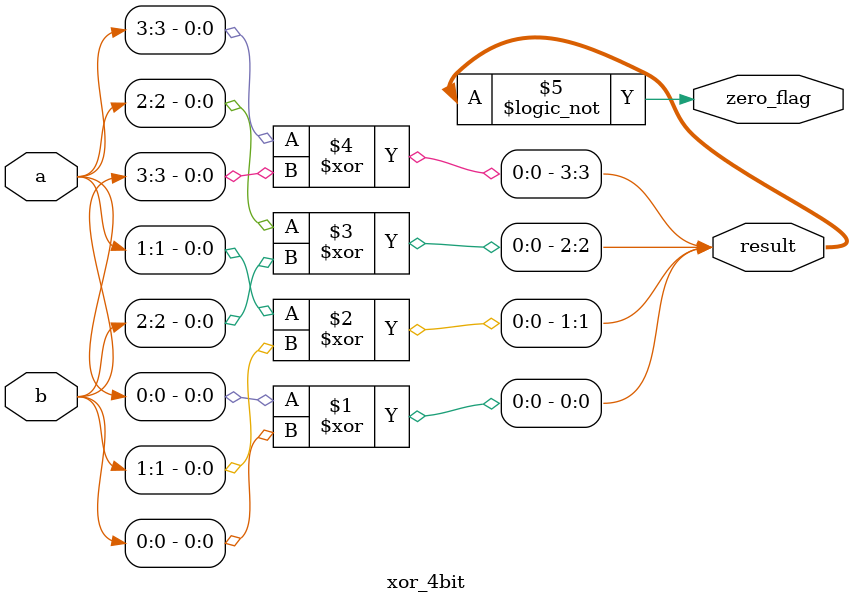
<source format=sv>
module xor_4bit(
  input logic [3:0] a,
  input logic [3:0] b,
  output logic [3:0] result,
  output logic zero_flag
);

	assign result[0] = a[0] ^ b[0];
  assign result[1] = a[1] ^ b[1];
  assign result[2] = a[2] ^ b[2];
  assign result[3] = a[3] ^ b[3];

  // Set flags
  assign zero_flag = (result == 4'b0000);

endmodule
</source>
